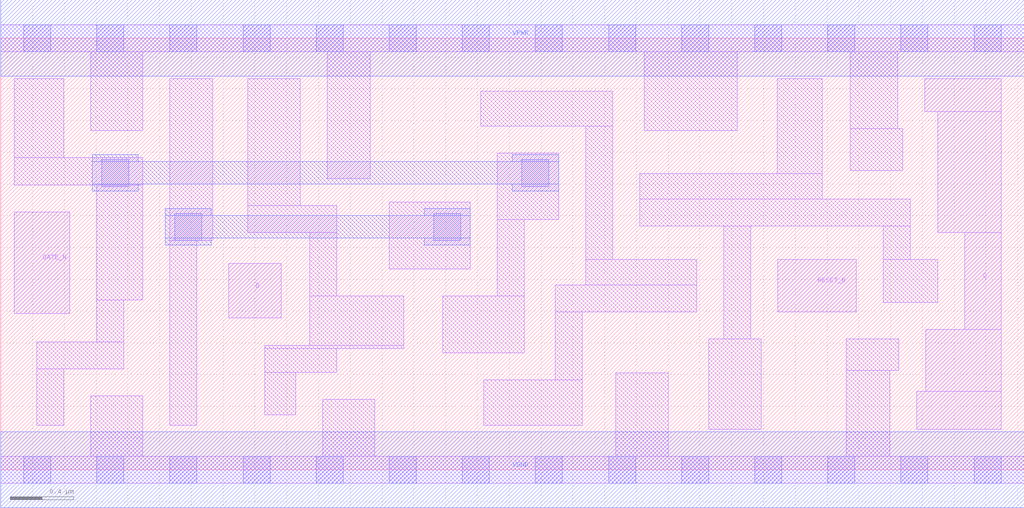
<source format=lef>
# Copyright 2020 The SkyWater PDK Authors
#
# Licensed under the Apache License, Version 2.0 (the "License");
# you may not use this file except in compliance with the License.
# You may obtain a copy of the License at
#
#     https://www.apache.org/licenses/LICENSE-2.0
#
# Unless required by applicable law or agreed to in writing, software
# distributed under the License is distributed on an "AS IS" BASIS,
# WITHOUT WARRANTIES OR CONDITIONS OF ANY KIND, either express or implied.
# See the License for the specific language governing permissions and
# limitations under the License.
#
# SPDX-License-Identifier: Apache-2.0

VERSION 5.7 ;
  NAMESCASESENSITIVE ON ;
  NOWIREEXTENSIONATPIN ON ;
  DIVIDERCHAR "/" ;
  BUSBITCHARS "[]" ;
UNITS
  DATABASE MICRONS 200 ;
END UNITS
PROPERTYDEFINITIONS
  MACRO maskLayoutSubType STRING ;
  MACRO prCellType STRING ;
  MACRO originalViewName STRING ;
END PROPERTYDEFINITIONS
MACRO sky130_fd_sc_hdll__dlrtn_1
  CLASS CORE ;
  FOREIGN sky130_fd_sc_hdll__dlrtn_1 ;
  ORIGIN  0.000000  0.000000 ;
  SIZE  6.440000 BY  2.720000 ;
  SYMMETRY X Y R90 ;
  SITE unithd ;
  PIN D
    ANTENNAGATEAREA  0.178200 ;
    DIRECTION INPUT ;
    USE SIGNAL ;
    PORT
      LAYER li1 ;
        RECT 1.435000 0.955000 1.765000 1.300000 ;
    END
  END D
  PIN GATE_N
    ANTENNAGATEAREA  0.178200 ;
    DIRECTION INPUT ;
    USE SIGNAL ;
    PORT
      LAYER li1 ;
        RECT 0.085000 0.985000 0.435000 1.625000 ;
    END
  END GATE_N
  PIN Q
    ANTENNADIFFAREA  0.439000 ;
    DIRECTION OUTPUT ;
    USE SIGNAL ;
    PORT
      LAYER li1 ;
        RECT 5.765000 0.255000 6.295000 0.495000 ;
        RECT 5.815000 2.255000 6.295000 2.465000 ;
        RECT 5.820000 0.495000 6.295000 0.885000 ;
        RECT 5.895000 1.495000 6.295000 2.255000 ;
        RECT 6.065000 0.885000 6.295000 1.495000 ;
    END
  END Q
  PIN RESET_B
    ANTENNAGATEAREA  0.277500 ;
    DIRECTION INPUT ;
    USE SIGNAL ;
    PORT
      LAYER li1 ;
        RECT 4.890000 0.995000 5.385000 1.325000 ;
    END
  END RESET_B
  PIN VGND
    ANTENNADIFFAREA  0.564250 ;
    DIRECTION INOUT ;
    USE SIGNAL ;
    PORT
      LAYER met1 ;
        RECT 0.000000 -0.240000 6.440000 0.240000 ;
    END
  END VGND
  PIN VPWR
    ANTENNADIFFAREA  1.131000 ;
    DIRECTION INOUT ;
    USE SIGNAL ;
    PORT
      LAYER met1 ;
        RECT 0.000000 2.480000 6.440000 2.960000 ;
    END
  END VPWR
  OBS
    LAYER li1 ;
      RECT 0.000000 -0.085000 6.440000 0.085000 ;
      RECT 0.000000  2.635000 6.440000 2.805000 ;
      RECT 0.085000  1.795000 0.895000 1.965000 ;
      RECT 0.085000  1.965000 0.395000 2.465000 ;
      RECT 0.225000  0.280000 0.395000 0.635000 ;
      RECT 0.225000  0.635000 0.775000 0.805000 ;
      RECT 0.565000  0.085000 0.895000 0.465000 ;
      RECT 0.565000  2.135000 0.895000 2.635000 ;
      RECT 0.605000  0.805000 0.775000 1.070000 ;
      RECT 0.605000  1.070000 0.895000 1.795000 ;
      RECT 1.065000  0.280000 1.235000 1.445000 ;
      RECT 1.065000  1.445000 1.335000 2.465000 ;
      RECT 1.555000  1.495000 2.115000 1.665000 ;
      RECT 1.555000  1.665000 1.885000 2.465000 ;
      RECT 1.660000  0.345000 1.855000 0.615000 ;
      RECT 1.660000  0.615000 2.115000 0.765000 ;
      RECT 1.660000  0.765000 2.535000 0.785000 ;
      RECT 1.945000  0.785000 2.535000 1.095000 ;
      RECT 1.945000  1.095000 2.115000 1.495000 ;
      RECT 2.025000  0.085000 2.355000 0.445000 ;
      RECT 2.055000  1.835000 2.325000 2.635000 ;
      RECT 2.445000  1.265000 2.955000 1.685000 ;
      RECT 2.780000  0.735000 3.295000 1.095000 ;
      RECT 3.020000  2.165000 3.850000 2.385000 ;
      RECT 3.040000  0.280000 3.660000 0.565000 ;
      RECT 3.125000  1.095000 3.295000 1.575000 ;
      RECT 3.125000  1.575000 3.510000 1.995000 ;
      RECT 3.490000  0.565000 3.660000 0.995000 ;
      RECT 3.490000  0.995000 4.380000 1.165000 ;
      RECT 3.680000  1.165000 4.380000 1.325000 ;
      RECT 3.680000  1.325000 3.850000 2.165000 ;
      RECT 3.870000  0.085000 4.200000 0.610000 ;
      RECT 4.020000  1.535000 5.725000 1.705000 ;
      RECT 4.020000  1.705000 5.170000 1.865000 ;
      RECT 4.050000  2.135000 4.635000 2.635000 ;
      RECT 4.455000  0.255000 4.785000 0.825000 ;
      RECT 4.550000  0.825000 4.720000 1.535000 ;
      RECT 4.885000  1.865000 5.170000 2.465000 ;
      RECT 5.320000  0.085000 5.595000 0.625000 ;
      RECT 5.320000  0.625000 5.650000 0.825000 ;
      RECT 5.345000  1.885000 5.675000 2.150000 ;
      RECT 5.345000  2.150000 5.645000 2.635000 ;
      RECT 5.555000  1.055000 5.895000 1.325000 ;
      RECT 5.555000  1.325000 5.725000 1.535000 ;
    LAYER mcon ;
      RECT 0.145000 -0.085000 0.315000 0.085000 ;
      RECT 0.145000  2.635000 0.315000 2.805000 ;
      RECT 0.605000 -0.085000 0.775000 0.085000 ;
      RECT 0.605000  2.635000 0.775000 2.805000 ;
      RECT 0.635000  1.785000 0.805000 1.955000 ;
      RECT 1.065000 -0.085000 1.235000 0.085000 ;
      RECT 1.065000  2.635000 1.235000 2.805000 ;
      RECT 1.095000  1.445000 1.265000 1.615000 ;
      RECT 1.525000 -0.085000 1.695000 0.085000 ;
      RECT 1.525000  2.635000 1.695000 2.805000 ;
      RECT 1.985000 -0.085000 2.155000 0.085000 ;
      RECT 1.985000  2.635000 2.155000 2.805000 ;
      RECT 2.445000 -0.085000 2.615000 0.085000 ;
      RECT 2.445000  2.635000 2.615000 2.805000 ;
      RECT 2.725000  1.445000 2.895000 1.615000 ;
      RECT 2.905000 -0.085000 3.075000 0.085000 ;
      RECT 2.905000  2.635000 3.075000 2.805000 ;
      RECT 3.280000  1.785000 3.450000 1.955000 ;
      RECT 3.365000 -0.085000 3.535000 0.085000 ;
      RECT 3.365000  2.635000 3.535000 2.805000 ;
      RECT 3.825000 -0.085000 3.995000 0.085000 ;
      RECT 3.825000  2.635000 3.995000 2.805000 ;
      RECT 4.285000 -0.085000 4.455000 0.085000 ;
      RECT 4.285000  2.635000 4.455000 2.805000 ;
      RECT 4.745000 -0.085000 4.915000 0.085000 ;
      RECT 4.745000  2.635000 4.915000 2.805000 ;
      RECT 5.205000 -0.085000 5.375000 0.085000 ;
      RECT 5.205000  2.635000 5.375000 2.805000 ;
      RECT 5.665000 -0.085000 5.835000 0.085000 ;
      RECT 5.665000  2.635000 5.835000 2.805000 ;
      RECT 6.125000 -0.085000 6.295000 0.085000 ;
      RECT 6.125000  2.635000 6.295000 2.805000 ;
    LAYER met1 ;
      RECT 0.575000 1.755000 0.865000 1.800000 ;
      RECT 0.575000 1.800000 3.510000 1.940000 ;
      RECT 0.575000 1.940000 0.865000 1.985000 ;
      RECT 1.035000 1.415000 1.325000 1.460000 ;
      RECT 1.035000 1.460000 2.955000 1.600000 ;
      RECT 1.035000 1.600000 1.325000 1.645000 ;
      RECT 2.665000 1.415000 2.955000 1.460000 ;
      RECT 2.665000 1.600000 2.955000 1.645000 ;
      RECT 3.220000 1.755000 3.510000 1.800000 ;
      RECT 3.220000 1.940000 3.510000 1.985000 ;
  END
  PROPERTY maskLayoutSubType "abstract" ;
  PROPERTY prCellType "standard" ;
  PROPERTY originalViewName "layout" ;
END sky130_fd_sc_hdll__dlrtn_1

</source>
